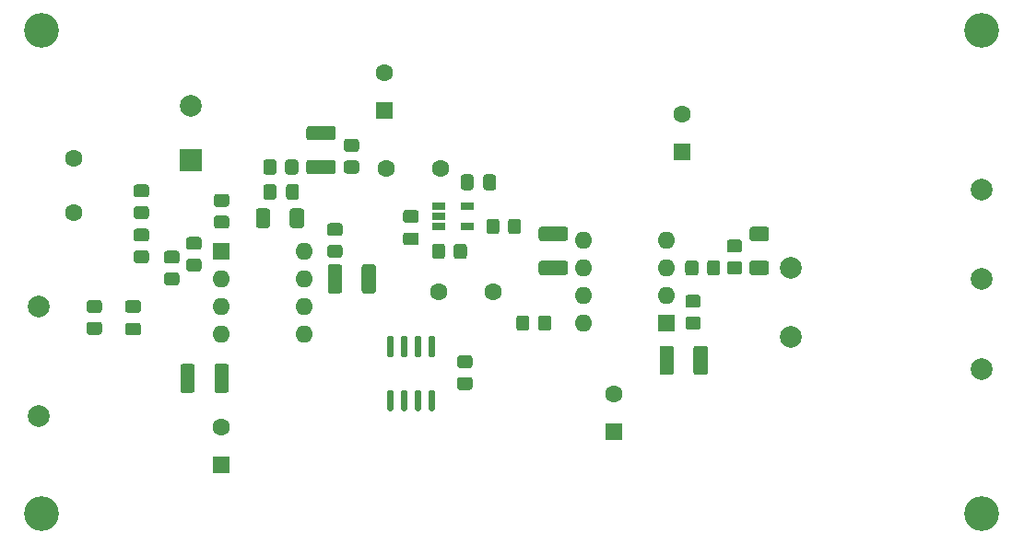
<source format=gbr>
G04 #@! TF.GenerationSoftware,KiCad,Pcbnew,(5.1.9-0-10_14)*
G04 #@! TF.CreationDate,2021-03-07T14:06:43+01:00*
G04 #@! TF.ProjectId,lt1115-phono-mm-mc,6c743131-3135-42d7-9068-6f6e6f2d6d6d,rev?*
G04 #@! TF.SameCoordinates,Original*
G04 #@! TF.FileFunction,Soldermask,Top*
G04 #@! TF.FilePolarity,Negative*
%FSLAX46Y46*%
G04 Gerber Fmt 4.6, Leading zero omitted, Abs format (unit mm)*
G04 Created by KiCad (PCBNEW (5.1.9-0-10_14)) date 2021-03-07 14:06:43*
%MOMM*%
%LPD*%
G01*
G04 APERTURE LIST*
%ADD10O,1.600000X1.600000*%
%ADD11R,1.600000X1.600000*%
%ADD12C,3.200000*%
%ADD13R,1.220000X0.650000*%
%ADD14C,2.000000*%
%ADD15C,1.600000*%
%ADD16R,2.000000X2.000000*%
G04 APERTURE END LIST*
D10*
X134874000Y-120904000D03*
X142494000Y-113284000D03*
X134874000Y-118364000D03*
X142494000Y-115824000D03*
X134874000Y-115824000D03*
X142494000Y-118364000D03*
X134874000Y-113284000D03*
D11*
X142494000Y-120904000D03*
G36*
G01*
X111563999Y-113700000D02*
X112464001Y-113700000D01*
G75*
G02*
X112714000Y-113949999I0J-249999D01*
G01*
X112714000Y-114650001D01*
G75*
G02*
X112464001Y-114900000I-249999J0D01*
G01*
X111563999Y-114900000D01*
G75*
G02*
X111314000Y-114650001I0J249999D01*
G01*
X111314000Y-113949999D01*
G75*
G02*
X111563999Y-113700000I249999J0D01*
G01*
G37*
G36*
G01*
X111563999Y-111700000D02*
X112464001Y-111700000D01*
G75*
G02*
X112714000Y-111949999I0J-249999D01*
G01*
X112714000Y-112650001D01*
G75*
G02*
X112464001Y-112900000I-249999J0D01*
G01*
X111563999Y-112900000D01*
G75*
G02*
X111314000Y-112650001I0J249999D01*
G01*
X111314000Y-111949999D01*
G75*
G02*
X111563999Y-111700000I249999J0D01*
G01*
G37*
D12*
X171450000Y-138430000D03*
X85090000Y-138430000D03*
X171450000Y-93980000D03*
X85090000Y-93980000D03*
D13*
X124206000Y-110114000D03*
X124206000Y-112014000D03*
X121586000Y-112014000D03*
X121586000Y-111064000D03*
X121586000Y-110114000D03*
G36*
G01*
X120754000Y-127041000D02*
X121054000Y-127041000D01*
G75*
G02*
X121204000Y-127191000I0J-150000D01*
G01*
X121204000Y-128841000D01*
G75*
G02*
X121054000Y-128991000I-150000J0D01*
G01*
X120754000Y-128991000D01*
G75*
G02*
X120604000Y-128841000I0J150000D01*
G01*
X120604000Y-127191000D01*
G75*
G02*
X120754000Y-127041000I150000J0D01*
G01*
G37*
G36*
G01*
X119484000Y-127041000D02*
X119784000Y-127041000D01*
G75*
G02*
X119934000Y-127191000I0J-150000D01*
G01*
X119934000Y-128841000D01*
G75*
G02*
X119784000Y-128991000I-150000J0D01*
G01*
X119484000Y-128991000D01*
G75*
G02*
X119334000Y-128841000I0J150000D01*
G01*
X119334000Y-127191000D01*
G75*
G02*
X119484000Y-127041000I150000J0D01*
G01*
G37*
G36*
G01*
X118214000Y-127041000D02*
X118514000Y-127041000D01*
G75*
G02*
X118664000Y-127191000I0J-150000D01*
G01*
X118664000Y-128841000D01*
G75*
G02*
X118514000Y-128991000I-150000J0D01*
G01*
X118214000Y-128991000D01*
G75*
G02*
X118064000Y-128841000I0J150000D01*
G01*
X118064000Y-127191000D01*
G75*
G02*
X118214000Y-127041000I150000J0D01*
G01*
G37*
G36*
G01*
X116944000Y-127041000D02*
X117244000Y-127041000D01*
G75*
G02*
X117394000Y-127191000I0J-150000D01*
G01*
X117394000Y-128841000D01*
G75*
G02*
X117244000Y-128991000I-150000J0D01*
G01*
X116944000Y-128991000D01*
G75*
G02*
X116794000Y-128841000I0J150000D01*
G01*
X116794000Y-127191000D01*
G75*
G02*
X116944000Y-127041000I150000J0D01*
G01*
G37*
G36*
G01*
X116944000Y-122091000D02*
X117244000Y-122091000D01*
G75*
G02*
X117394000Y-122241000I0J-150000D01*
G01*
X117394000Y-123891000D01*
G75*
G02*
X117244000Y-124041000I-150000J0D01*
G01*
X116944000Y-124041000D01*
G75*
G02*
X116794000Y-123891000I0J150000D01*
G01*
X116794000Y-122241000D01*
G75*
G02*
X116944000Y-122091000I150000J0D01*
G01*
G37*
G36*
G01*
X118214000Y-122091000D02*
X118514000Y-122091000D01*
G75*
G02*
X118664000Y-122241000I0J-150000D01*
G01*
X118664000Y-123891000D01*
G75*
G02*
X118514000Y-124041000I-150000J0D01*
G01*
X118214000Y-124041000D01*
G75*
G02*
X118064000Y-123891000I0J150000D01*
G01*
X118064000Y-122241000D01*
G75*
G02*
X118214000Y-122091000I150000J0D01*
G01*
G37*
G36*
G01*
X119484000Y-122091000D02*
X119784000Y-122091000D01*
G75*
G02*
X119934000Y-122241000I0J-150000D01*
G01*
X119934000Y-123891000D01*
G75*
G02*
X119784000Y-124041000I-150000J0D01*
G01*
X119484000Y-124041000D01*
G75*
G02*
X119334000Y-123891000I0J150000D01*
G01*
X119334000Y-122241000D01*
G75*
G02*
X119484000Y-122091000I150000J0D01*
G01*
G37*
G36*
G01*
X120754000Y-122091000D02*
X121054000Y-122091000D01*
G75*
G02*
X121204000Y-122241000I0J-150000D01*
G01*
X121204000Y-123891000D01*
G75*
G02*
X121054000Y-124041000I-150000J0D01*
G01*
X120754000Y-124041000D01*
G75*
G02*
X120604000Y-123891000I0J150000D01*
G01*
X120604000Y-122241000D01*
G75*
G02*
X120754000Y-122091000I150000J0D01*
G01*
G37*
D10*
X109220000Y-114300000D03*
X101600000Y-121920000D03*
X109220000Y-116840000D03*
X101600000Y-119380000D03*
X109220000Y-119380000D03*
X101600000Y-116840000D03*
X109220000Y-121920000D03*
D11*
X101600000Y-114300000D03*
G36*
G01*
X127924000Y-112464001D02*
X127924000Y-111563999D01*
G75*
G02*
X128173999Y-111314000I249999J0D01*
G01*
X128874001Y-111314000D01*
G75*
G02*
X129124000Y-111563999I0J-249999D01*
G01*
X129124000Y-112464001D01*
G75*
G02*
X128874001Y-112714000I-249999J0D01*
G01*
X128173999Y-112714000D01*
G75*
G02*
X127924000Y-112464001I0J249999D01*
G01*
G37*
G36*
G01*
X125924000Y-112464001D02*
X125924000Y-111563999D01*
G75*
G02*
X126173999Y-111314000I249999J0D01*
G01*
X126874001Y-111314000D01*
G75*
G02*
X127124000Y-111563999I0J-249999D01*
G01*
X127124000Y-112464001D01*
G75*
G02*
X126874001Y-112714000I-249999J0D01*
G01*
X126173999Y-112714000D01*
G75*
G02*
X125924000Y-112464001I0J249999D01*
G01*
G37*
G36*
G01*
X122939000Y-114750001D02*
X122939000Y-113849999D01*
G75*
G02*
X123188999Y-113600000I249999J0D01*
G01*
X123889001Y-113600000D01*
G75*
G02*
X124139000Y-113849999I0J-249999D01*
G01*
X124139000Y-114750001D01*
G75*
G02*
X123889001Y-115000000I-249999J0D01*
G01*
X123188999Y-115000000D01*
G75*
G02*
X122939000Y-114750001I0J249999D01*
G01*
G37*
G36*
G01*
X120939000Y-114750001D02*
X120939000Y-113849999D01*
G75*
G02*
X121188999Y-113600000I249999J0D01*
G01*
X121889001Y-113600000D01*
G75*
G02*
X122139000Y-113849999I0J-249999D01*
G01*
X122139000Y-114750001D01*
G75*
G02*
X121889001Y-115000000I-249999J0D01*
G01*
X121188999Y-115000000D01*
G75*
G02*
X120939000Y-114750001I0J249999D01*
G01*
G37*
G36*
G01*
X149167001Y-114424000D02*
X148266999Y-114424000D01*
G75*
G02*
X148017000Y-114174001I0J249999D01*
G01*
X148017000Y-113473999D01*
G75*
G02*
X148266999Y-113224000I249999J0D01*
G01*
X149167001Y-113224000D01*
G75*
G02*
X149417000Y-113473999I0J-249999D01*
G01*
X149417000Y-114174001D01*
G75*
G02*
X149167001Y-114424000I-249999J0D01*
G01*
G37*
G36*
G01*
X149167001Y-116424000D02*
X148266999Y-116424000D01*
G75*
G02*
X148017000Y-116174001I0J249999D01*
G01*
X148017000Y-115473999D01*
G75*
G02*
X148266999Y-115224000I249999J0D01*
G01*
X149167001Y-115224000D01*
G75*
G02*
X149417000Y-115473999I0J-249999D01*
G01*
X149417000Y-116174001D01*
G75*
G02*
X149167001Y-116424000I-249999J0D01*
G01*
G37*
G36*
G01*
X145396000Y-115373999D02*
X145396000Y-116274001D01*
G75*
G02*
X145146001Y-116524000I-249999J0D01*
G01*
X144445999Y-116524000D01*
G75*
G02*
X144196000Y-116274001I0J249999D01*
G01*
X144196000Y-115373999D01*
G75*
G02*
X144445999Y-115124000I249999J0D01*
G01*
X145146001Y-115124000D01*
G75*
G02*
X145396000Y-115373999I0J-249999D01*
G01*
G37*
G36*
G01*
X147396000Y-115373999D02*
X147396000Y-116274001D01*
G75*
G02*
X147146001Y-116524000I-249999J0D01*
G01*
X146445999Y-116524000D01*
G75*
G02*
X146196000Y-116274001I0J249999D01*
G01*
X146196000Y-115373999D01*
G75*
G02*
X146445999Y-115124000I249999J0D01*
G01*
X147146001Y-115124000D01*
G75*
G02*
X147396000Y-115373999I0J-249999D01*
G01*
G37*
G36*
G01*
X145357001Y-119504000D02*
X144456999Y-119504000D01*
G75*
G02*
X144207000Y-119254001I0J249999D01*
G01*
X144207000Y-118553999D01*
G75*
G02*
X144456999Y-118304000I249999J0D01*
G01*
X145357001Y-118304000D01*
G75*
G02*
X145607000Y-118553999I0J-249999D01*
G01*
X145607000Y-119254001D01*
G75*
G02*
X145357001Y-119504000I-249999J0D01*
G01*
G37*
G36*
G01*
X145357001Y-121504000D02*
X144456999Y-121504000D01*
G75*
G02*
X144207000Y-121254001I0J249999D01*
G01*
X144207000Y-120553999D01*
G75*
G02*
X144456999Y-120304000I249999J0D01*
G01*
X145357001Y-120304000D01*
G75*
G02*
X145607000Y-120553999I0J-249999D01*
G01*
X145607000Y-121254001D01*
G75*
G02*
X145357001Y-121504000I-249999J0D01*
G01*
G37*
G36*
G01*
X129886000Y-120453999D02*
X129886000Y-121354001D01*
G75*
G02*
X129636001Y-121604000I-249999J0D01*
G01*
X128935999Y-121604000D01*
G75*
G02*
X128686000Y-121354001I0J249999D01*
G01*
X128686000Y-120453999D01*
G75*
G02*
X128935999Y-120204000I249999J0D01*
G01*
X129636001Y-120204000D01*
G75*
G02*
X129886000Y-120453999I0J-249999D01*
G01*
G37*
G36*
G01*
X131886000Y-120453999D02*
X131886000Y-121354001D01*
G75*
G02*
X131636001Y-121604000I-249999J0D01*
G01*
X130935999Y-121604000D01*
G75*
G02*
X130686000Y-121354001I0J249999D01*
G01*
X130686000Y-120453999D01*
G75*
G02*
X130935999Y-120204000I249999J0D01*
G01*
X131636001Y-120204000D01*
G75*
G02*
X131886000Y-120453999I0J-249999D01*
G01*
G37*
G36*
G01*
X113087999Y-105953000D02*
X113988001Y-105953000D01*
G75*
G02*
X114238000Y-106202999I0J-249999D01*
G01*
X114238000Y-106903001D01*
G75*
G02*
X113988001Y-107153000I-249999J0D01*
G01*
X113087999Y-107153000D01*
G75*
G02*
X112838000Y-106903001I0J249999D01*
G01*
X112838000Y-106202999D01*
G75*
G02*
X113087999Y-105953000I249999J0D01*
G01*
G37*
G36*
G01*
X113087999Y-103953000D02*
X113988001Y-103953000D01*
G75*
G02*
X114238000Y-104202999I0J-249999D01*
G01*
X114238000Y-104903001D01*
G75*
G02*
X113988001Y-105153000I-249999J0D01*
G01*
X113087999Y-105153000D01*
G75*
G02*
X112838000Y-104903001I0J249999D01*
G01*
X112838000Y-104202999D01*
G75*
G02*
X113087999Y-103953000I249999J0D01*
G01*
G37*
G36*
G01*
X123501999Y-125860000D02*
X124402001Y-125860000D01*
G75*
G02*
X124652000Y-126109999I0J-249999D01*
G01*
X124652000Y-126810001D01*
G75*
G02*
X124402001Y-127060000I-249999J0D01*
G01*
X123501999Y-127060000D01*
G75*
G02*
X123252000Y-126810001I0J249999D01*
G01*
X123252000Y-126109999D01*
G75*
G02*
X123501999Y-125860000I249999J0D01*
G01*
G37*
G36*
G01*
X123501999Y-123860000D02*
X124402001Y-123860000D01*
G75*
G02*
X124652000Y-124109999I0J-249999D01*
G01*
X124652000Y-124810001D01*
G75*
G02*
X124402001Y-125060000I-249999J0D01*
G01*
X123501999Y-125060000D01*
G75*
G02*
X123252000Y-124810001I0J249999D01*
G01*
X123252000Y-124109999D01*
G75*
G02*
X123501999Y-123860000I249999J0D01*
G01*
G37*
G36*
G01*
X93783999Y-110144000D02*
X94684001Y-110144000D01*
G75*
G02*
X94934000Y-110393999I0J-249999D01*
G01*
X94934000Y-111094001D01*
G75*
G02*
X94684001Y-111344000I-249999J0D01*
G01*
X93783999Y-111344000D01*
G75*
G02*
X93534000Y-111094001I0J249999D01*
G01*
X93534000Y-110393999D01*
G75*
G02*
X93783999Y-110144000I249999J0D01*
G01*
G37*
G36*
G01*
X93783999Y-108144000D02*
X94684001Y-108144000D01*
G75*
G02*
X94934000Y-108393999I0J-249999D01*
G01*
X94934000Y-109094001D01*
G75*
G02*
X94684001Y-109344000I-249999J0D01*
G01*
X93783999Y-109344000D01*
G75*
G02*
X93534000Y-109094001I0J249999D01*
G01*
X93534000Y-108393999D01*
G75*
G02*
X93783999Y-108144000I249999J0D01*
G01*
G37*
G36*
G01*
X106645000Y-106102999D02*
X106645000Y-107003001D01*
G75*
G02*
X106395001Y-107253000I-249999J0D01*
G01*
X105694999Y-107253000D01*
G75*
G02*
X105445000Y-107003001I0J249999D01*
G01*
X105445000Y-106102999D01*
G75*
G02*
X105694999Y-105853000I249999J0D01*
G01*
X106395001Y-105853000D01*
G75*
G02*
X106645000Y-106102999I0J-249999D01*
G01*
G37*
G36*
G01*
X108645000Y-106102999D02*
X108645000Y-107003001D01*
G75*
G02*
X108395001Y-107253000I-249999J0D01*
G01*
X107694999Y-107253000D01*
G75*
G02*
X107445000Y-107003001I0J249999D01*
G01*
X107445000Y-106102999D01*
G75*
G02*
X107694999Y-105853000I249999J0D01*
G01*
X108395001Y-105853000D01*
G75*
G02*
X108645000Y-106102999I0J-249999D01*
G01*
G37*
G36*
G01*
X101149999Y-111017000D02*
X102050001Y-111017000D01*
G75*
G02*
X102300000Y-111266999I0J-249999D01*
G01*
X102300000Y-111967001D01*
G75*
G02*
X102050001Y-112217000I-249999J0D01*
G01*
X101149999Y-112217000D01*
G75*
G02*
X100900000Y-111967001I0J249999D01*
G01*
X100900000Y-111266999D01*
G75*
G02*
X101149999Y-111017000I249999J0D01*
G01*
G37*
G36*
G01*
X101149999Y-109017000D02*
X102050001Y-109017000D01*
G75*
G02*
X102300000Y-109266999I0J-249999D01*
G01*
X102300000Y-109967001D01*
G75*
G02*
X102050001Y-110217000I-249999J0D01*
G01*
X101149999Y-110217000D01*
G75*
G02*
X100900000Y-109967001I0J249999D01*
G01*
X100900000Y-109266999D01*
G75*
G02*
X101149999Y-109017000I249999J0D01*
G01*
G37*
G36*
G01*
X98609999Y-114970000D02*
X99510001Y-114970000D01*
G75*
G02*
X99760000Y-115219999I0J-249999D01*
G01*
X99760000Y-115920001D01*
G75*
G02*
X99510001Y-116170000I-249999J0D01*
G01*
X98609999Y-116170000D01*
G75*
G02*
X98360000Y-115920001I0J249999D01*
G01*
X98360000Y-115219999D01*
G75*
G02*
X98609999Y-114970000I249999J0D01*
G01*
G37*
G36*
G01*
X98609999Y-112970000D02*
X99510001Y-112970000D01*
G75*
G02*
X99760000Y-113219999I0J-249999D01*
G01*
X99760000Y-113920001D01*
G75*
G02*
X99510001Y-114170000I-249999J0D01*
G01*
X98609999Y-114170000D01*
G75*
G02*
X98360000Y-113920001I0J249999D01*
G01*
X98360000Y-113219999D01*
G75*
G02*
X98609999Y-112970000I249999J0D01*
G01*
G37*
G36*
G01*
X94684001Y-113408000D02*
X93783999Y-113408000D01*
G75*
G02*
X93534000Y-113158001I0J249999D01*
G01*
X93534000Y-112457999D01*
G75*
G02*
X93783999Y-112208000I249999J0D01*
G01*
X94684001Y-112208000D01*
G75*
G02*
X94934000Y-112457999I0J-249999D01*
G01*
X94934000Y-113158001D01*
G75*
G02*
X94684001Y-113408000I-249999J0D01*
G01*
G37*
G36*
G01*
X94684001Y-115408000D02*
X93783999Y-115408000D01*
G75*
G02*
X93534000Y-115158001I0J249999D01*
G01*
X93534000Y-114457999D01*
G75*
G02*
X93783999Y-114208000I249999J0D01*
G01*
X94684001Y-114208000D01*
G75*
G02*
X94934000Y-114457999I0J-249999D01*
G01*
X94934000Y-115158001D01*
G75*
G02*
X94684001Y-115408000I-249999J0D01*
G01*
G37*
G36*
G01*
X97478001Y-115440000D02*
X96577999Y-115440000D01*
G75*
G02*
X96328000Y-115190001I0J249999D01*
G01*
X96328000Y-114489999D01*
G75*
G02*
X96577999Y-114240000I249999J0D01*
G01*
X97478001Y-114240000D01*
G75*
G02*
X97728000Y-114489999I0J-249999D01*
G01*
X97728000Y-115190001D01*
G75*
G02*
X97478001Y-115440000I-249999J0D01*
G01*
G37*
G36*
G01*
X97478001Y-117440000D02*
X96577999Y-117440000D01*
G75*
G02*
X96328000Y-117190001I0J249999D01*
G01*
X96328000Y-116489999D01*
G75*
G02*
X96577999Y-116240000I249999J0D01*
G01*
X97478001Y-116240000D01*
G75*
G02*
X97728000Y-116489999I0J-249999D01*
G01*
X97728000Y-117190001D01*
G75*
G02*
X97478001Y-117440000I-249999J0D01*
G01*
G37*
G36*
G01*
X89465999Y-120780000D02*
X90366001Y-120780000D01*
G75*
G02*
X90616000Y-121029999I0J-249999D01*
G01*
X90616000Y-121730001D01*
G75*
G02*
X90366001Y-121980000I-249999J0D01*
G01*
X89465999Y-121980000D01*
G75*
G02*
X89216000Y-121730001I0J249999D01*
G01*
X89216000Y-121029999D01*
G75*
G02*
X89465999Y-120780000I249999J0D01*
G01*
G37*
G36*
G01*
X89465999Y-118780000D02*
X90366001Y-118780000D01*
G75*
G02*
X90616000Y-119029999I0J-249999D01*
G01*
X90616000Y-119730001D01*
G75*
G02*
X90366001Y-119980000I-249999J0D01*
G01*
X89465999Y-119980000D01*
G75*
G02*
X89216000Y-119730001I0J249999D01*
G01*
X89216000Y-119029999D01*
G75*
G02*
X89465999Y-118780000I249999J0D01*
G01*
G37*
D14*
X153924000Y-122174000D03*
X153924000Y-115824000D03*
X171450000Y-125095000D03*
X171450000Y-116840000D03*
X171450000Y-108585000D03*
X84836000Y-129413000D03*
X84836000Y-119380000D03*
D15*
X121539000Y-117983000D03*
X126539000Y-117983000D03*
G36*
G01*
X119474000Y-111669500D02*
X118524000Y-111669500D01*
G75*
G02*
X118274000Y-111419500I0J250000D01*
G01*
X118274000Y-110744500D01*
G75*
G02*
X118524000Y-110494500I250000J0D01*
G01*
X119474000Y-110494500D01*
G75*
G02*
X119724000Y-110744500I0J-250000D01*
G01*
X119724000Y-111419500D01*
G75*
G02*
X119474000Y-111669500I-250000J0D01*
G01*
G37*
G36*
G01*
X119474000Y-113744500D02*
X118524000Y-113744500D01*
G75*
G02*
X118274000Y-113494500I0J250000D01*
G01*
X118274000Y-112819500D01*
G75*
G02*
X118524000Y-112569500I250000J0D01*
G01*
X119474000Y-112569500D01*
G75*
G02*
X119724000Y-112819500I0J-250000D01*
G01*
X119724000Y-113494500D01*
G75*
G02*
X119474000Y-113744500I-250000J0D01*
G01*
G37*
G36*
G01*
X125650500Y-108425000D02*
X125650500Y-107475000D01*
G75*
G02*
X125900500Y-107225000I250000J0D01*
G01*
X126575500Y-107225000D01*
G75*
G02*
X126825500Y-107475000I0J-250000D01*
G01*
X126825500Y-108425000D01*
G75*
G02*
X126575500Y-108675000I-250000J0D01*
G01*
X125900500Y-108675000D01*
G75*
G02*
X125650500Y-108425000I0J250000D01*
G01*
G37*
G36*
G01*
X123575500Y-108425000D02*
X123575500Y-107475000D01*
G75*
G02*
X123825500Y-107225000I250000J0D01*
G01*
X124500500Y-107225000D01*
G75*
G02*
X124750500Y-107475000I0J-250000D01*
G01*
X124750500Y-108425000D01*
G75*
G02*
X124500500Y-108675000I-250000J0D01*
G01*
X123825500Y-108675000D01*
G75*
G02*
X123575500Y-108425000I0J250000D01*
G01*
G37*
X121713000Y-106680000D03*
X116713000Y-106680000D03*
G36*
G01*
X151653003Y-113361500D02*
X150352997Y-113361500D01*
G75*
G02*
X150103000Y-113111503I0J249997D01*
G01*
X150103000Y-112286497D01*
G75*
G02*
X150352997Y-112036500I249997J0D01*
G01*
X151653003Y-112036500D01*
G75*
G02*
X151903000Y-112286497I0J-249997D01*
G01*
X151903000Y-113111503D01*
G75*
G02*
X151653003Y-113361500I-249997J0D01*
G01*
G37*
G36*
G01*
X151653003Y-116486500D02*
X150352997Y-116486500D01*
G75*
G02*
X150103000Y-116236503I0J249997D01*
G01*
X150103000Y-115411497D01*
G75*
G02*
X150352997Y-115161500I249997J0D01*
G01*
X151653003Y-115161500D01*
G75*
G02*
X151903000Y-115411497I0J-249997D01*
G01*
X151903000Y-116236503D01*
G75*
G02*
X151653003Y-116486500I-249997J0D01*
G01*
G37*
X137668000Y-127381000D03*
D11*
X137668000Y-130881000D03*
G36*
G01*
X130979997Y-115161500D02*
X133180003Y-115161500D01*
G75*
G02*
X133430000Y-115411497I0J-249997D01*
G01*
X133430000Y-116236503D01*
G75*
G02*
X133180003Y-116486500I-249997J0D01*
G01*
X130979997Y-116486500D01*
G75*
G02*
X130730000Y-116236503I0J249997D01*
G01*
X130730000Y-115411497D01*
G75*
G02*
X130979997Y-115161500I249997J0D01*
G01*
G37*
G36*
G01*
X130979997Y-112036500D02*
X133180003Y-112036500D01*
G75*
G02*
X133430000Y-112286497I0J-249997D01*
G01*
X133430000Y-113111503D01*
G75*
G02*
X133180003Y-113361500I-249997J0D01*
G01*
X130979997Y-113361500D01*
G75*
G02*
X130730000Y-113111503I0J249997D01*
G01*
X130730000Y-112286497D01*
G75*
G02*
X130979997Y-112036500I249997J0D01*
G01*
G37*
G36*
G01*
X144956500Y-125433003D02*
X144956500Y-123232997D01*
G75*
G02*
X145206497Y-122983000I249997J0D01*
G01*
X146031503Y-122983000D01*
G75*
G02*
X146281500Y-123232997I0J-249997D01*
G01*
X146281500Y-125433003D01*
G75*
G02*
X146031503Y-125683000I-249997J0D01*
G01*
X145206497Y-125683000D01*
G75*
G02*
X144956500Y-125433003I0J249997D01*
G01*
G37*
G36*
G01*
X141831500Y-125433003D02*
X141831500Y-123232997D01*
G75*
G02*
X142081497Y-122983000I249997J0D01*
G01*
X142906503Y-122983000D01*
G75*
G02*
X143156500Y-123232997I0J-249997D01*
G01*
X143156500Y-125433003D01*
G75*
G02*
X142906503Y-125683000I-249997J0D01*
G01*
X142081497Y-125683000D01*
G75*
G02*
X141831500Y-125433003I0J249997D01*
G01*
G37*
D15*
X143891000Y-101656000D03*
D11*
X143891000Y-105156000D03*
G36*
G01*
X109643997Y-105890500D02*
X111844003Y-105890500D01*
G75*
G02*
X112094000Y-106140497I0J-249997D01*
G01*
X112094000Y-106965503D01*
G75*
G02*
X111844003Y-107215500I-249997J0D01*
G01*
X109643997Y-107215500D01*
G75*
G02*
X109394000Y-106965503I0J249997D01*
G01*
X109394000Y-106140497D01*
G75*
G02*
X109643997Y-105890500I249997J0D01*
G01*
G37*
G36*
G01*
X109643997Y-102765500D02*
X111844003Y-102765500D01*
G75*
G02*
X112094000Y-103015497I0J-249997D01*
G01*
X112094000Y-103840503D01*
G75*
G02*
X111844003Y-104090500I-249997J0D01*
G01*
X109643997Y-104090500D01*
G75*
G02*
X109394000Y-103840503I0J249997D01*
G01*
X109394000Y-103015497D01*
G75*
G02*
X109643997Y-102765500I249997J0D01*
G01*
G37*
G36*
G01*
X106072500Y-110601997D02*
X106072500Y-111902003D01*
G75*
G02*
X105822503Y-112152000I-249997J0D01*
G01*
X104997497Y-112152000D01*
G75*
G02*
X104747500Y-111902003I0J249997D01*
G01*
X104747500Y-110601997D01*
G75*
G02*
X104997497Y-110352000I249997J0D01*
G01*
X105822503Y-110352000D01*
G75*
G02*
X106072500Y-110601997I0J-249997D01*
G01*
G37*
G36*
G01*
X109197500Y-110601997D02*
X109197500Y-111902003D01*
G75*
G02*
X108947503Y-112152000I-249997J0D01*
G01*
X108122497Y-112152000D01*
G75*
G02*
X107872500Y-111902003I0J249997D01*
G01*
X107872500Y-110601997D01*
G75*
G02*
X108122497Y-110352000I249997J0D01*
G01*
X108947503Y-110352000D01*
G75*
G02*
X109197500Y-110601997I0J-249997D01*
G01*
G37*
G36*
G01*
X106632500Y-108364000D02*
X106632500Y-109314000D01*
G75*
G02*
X106382500Y-109564000I-250000J0D01*
G01*
X105707500Y-109564000D01*
G75*
G02*
X105457500Y-109314000I0J250000D01*
G01*
X105457500Y-108364000D01*
G75*
G02*
X105707500Y-108114000I250000J0D01*
G01*
X106382500Y-108114000D01*
G75*
G02*
X106632500Y-108364000I0J-250000D01*
G01*
G37*
G36*
G01*
X108707500Y-108364000D02*
X108707500Y-109314000D01*
G75*
G02*
X108457500Y-109564000I-250000J0D01*
G01*
X107782500Y-109564000D01*
G75*
G02*
X107532500Y-109314000I0J250000D01*
G01*
X107532500Y-108364000D01*
G75*
G02*
X107782500Y-108114000I250000J0D01*
G01*
X108457500Y-108114000D01*
G75*
G02*
X108707500Y-108364000I0J-250000D01*
G01*
G37*
D15*
X101600000Y-130429000D03*
D11*
X101600000Y-133929000D03*
G36*
G01*
X100937500Y-127084003D02*
X100937500Y-124883997D01*
G75*
G02*
X101187497Y-124634000I249997J0D01*
G01*
X102012503Y-124634000D01*
G75*
G02*
X102262500Y-124883997I0J-249997D01*
G01*
X102262500Y-127084003D01*
G75*
G02*
X102012503Y-127334000I-249997J0D01*
G01*
X101187497Y-127334000D01*
G75*
G02*
X100937500Y-127084003I0J249997D01*
G01*
G37*
G36*
G01*
X97812500Y-127084003D02*
X97812500Y-124883997D01*
G75*
G02*
X98062497Y-124634000I249997J0D01*
G01*
X98887503Y-124634000D01*
G75*
G02*
X99137500Y-124883997I0J-249997D01*
G01*
X99137500Y-127084003D01*
G75*
G02*
X98887503Y-127334000I-249997J0D01*
G01*
X98062497Y-127334000D01*
G75*
G02*
X97812500Y-127084003I0J249997D01*
G01*
G37*
G36*
G01*
X114476500Y-117940003D02*
X114476500Y-115739997D01*
G75*
G02*
X114726497Y-115490000I249997J0D01*
G01*
X115551503Y-115490000D01*
G75*
G02*
X115801500Y-115739997I0J-249997D01*
G01*
X115801500Y-117940003D01*
G75*
G02*
X115551503Y-118190000I-249997J0D01*
G01*
X114726497Y-118190000D01*
G75*
G02*
X114476500Y-117940003I0J249997D01*
G01*
G37*
G36*
G01*
X111351500Y-117940003D02*
X111351500Y-115739997D01*
G75*
G02*
X111601497Y-115490000I249997J0D01*
G01*
X112426503Y-115490000D01*
G75*
G02*
X112676500Y-115739997I0J-249997D01*
G01*
X112676500Y-117940003D01*
G75*
G02*
X112426503Y-118190000I-249997J0D01*
G01*
X111601497Y-118190000D01*
G75*
G02*
X111351500Y-117940003I0J249997D01*
G01*
G37*
D15*
X116586000Y-97846000D03*
D11*
X116586000Y-101346000D03*
D14*
X98806000Y-100918000D03*
D16*
X98806000Y-105918000D03*
D15*
X88011000Y-110744000D03*
X88011000Y-105744000D03*
G36*
G01*
X92997000Y-120867500D02*
X93947000Y-120867500D01*
G75*
G02*
X94197000Y-121117500I0J-250000D01*
G01*
X94197000Y-121792500D01*
G75*
G02*
X93947000Y-122042500I-250000J0D01*
G01*
X92997000Y-122042500D01*
G75*
G02*
X92747000Y-121792500I0J250000D01*
G01*
X92747000Y-121117500D01*
G75*
G02*
X92997000Y-120867500I250000J0D01*
G01*
G37*
G36*
G01*
X92997000Y-118792500D02*
X93947000Y-118792500D01*
G75*
G02*
X94197000Y-119042500I0J-250000D01*
G01*
X94197000Y-119717500D01*
G75*
G02*
X93947000Y-119967500I-250000J0D01*
G01*
X92997000Y-119967500D01*
G75*
G02*
X92747000Y-119717500I0J250000D01*
G01*
X92747000Y-119042500D01*
G75*
G02*
X92997000Y-118792500I250000J0D01*
G01*
G37*
M02*

</source>
